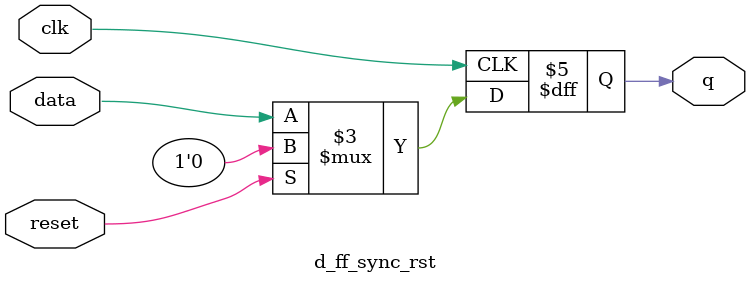
<source format=v>
module d_ff_sync_rst(clk,q,data,reset);
  input clk,reset,data;
  output reg q;
  always@(posedge clk)
  begin
    if (reset)
      q<=0;
    else
    q<=data;
  end
endmodule
</source>
